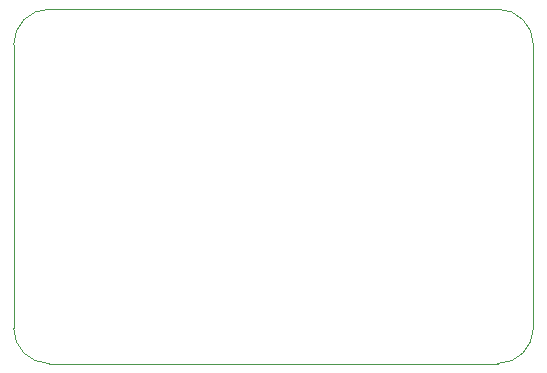
<source format=gm1>
G04 #@! TF.GenerationSoftware,KiCad,Pcbnew,8.0.9*
G04 #@! TF.CreationDate,2025-04-23T02:57:42-04:00*
G04 #@! TF.ProjectId,digital-gate-driver,64696769-7461-46c2-9d67-6174652d6472,rev?*
G04 #@! TF.SameCoordinates,Original*
G04 #@! TF.FileFunction,Profile,NP*
%FSLAX46Y46*%
G04 Gerber Fmt 4.6, Leading zero omitted, Abs format (unit mm)*
G04 Created by KiCad (PCBNEW 8.0.9) date 2025-04-23 02:57:42*
%MOMM*%
%LPD*%
G01*
G04 APERTURE LIST*
G04 #@! TA.AperFunction,Profile*
%ADD10C,0.100000*%
G04 #@! TD*
G04 APERTURE END LIST*
D10*
X174140000Y-75799999D02*
X174140000Y-75799999D01*
G75*
G02*
X177140000Y-78799999I0J-3000001D01*
G01*
X177140000Y-102799999D01*
G75*
G02*
X174140000Y-105799999I-3000000J-1D01*
G01*
X136140001Y-105799999D01*
G75*
G02*
X133140000Y-102799998I-1J2999999D01*
G01*
X133140000Y-78800000D01*
G75*
G02*
X136140001Y-75799999I3000000J0D01*
G01*
X174140000Y-75799999D01*
M02*

</source>
